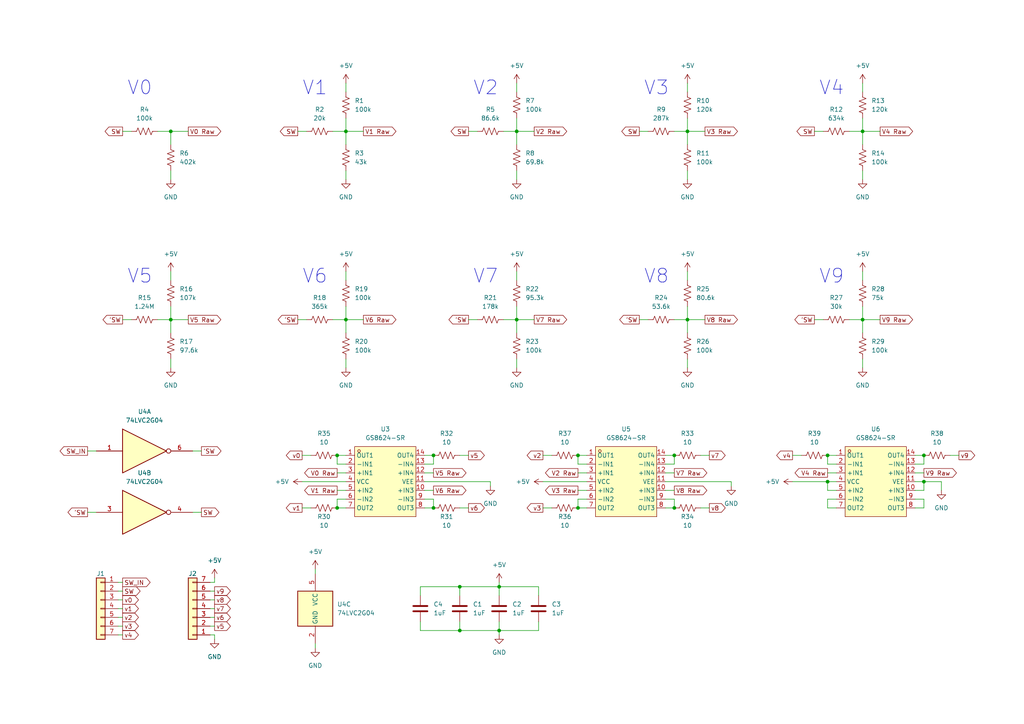
<source format=kicad_sch>
(kicad_sch (version 20230121) (generator eeschema)
  (paper "A4")
  (title_block (title "CGB-REG Replacement Circuit"))
  (lib_symbols
    (symbol "74xGxx:74LVC2G04"
      (property "Reference" "U" (at 0 7.62 0))
      (property "Value" "74LVC2G04" (at 2.54 -7.62 0))
      (symbol "74LVC2G04_1_1"
        (polyline (pts (xy -7.62 6.35) (xy -7.62 -6.35) (xy 5.08 0) (xy -7.62 6.35)) (stroke (width 0.254)) (fill (type background)))
        (pin input line (at -15.24 0 0) (length 7.62) (name "~") (number "1"))
        (pin output inverted (at 12.7 0 180) (length 7.62) (name "~") (number "6"))
      )
      (symbol "74LVC2G04_2_1"
        (polyline (pts (xy -7.62 6.35) (xy -7.62 -6.35) (xy 5.08 0) (xy -7.62 6.35)) (stroke (width 0.254)) (fill (type background)))
        (pin input line (at -15.24 0 0) (length 7.62) (name "~") (number "3"))
        (pin output inverted (at 12.7 0 180) (length 7.62) (name "~") (number "4"))
      )
      (symbol "74LVC2G04_3_0"
        (rectangle (start -5.08 -5.08) (end 5.08 5.08) (stroke (width 0.254)) (fill (type background)))
      )
      (symbol "74LVC2G04_3_1"
        (pin power_in line (at 0 -10.16 90) (length 5.08) (name "GND") (number "2"))
        (pin power_in line (at 0 10.16 270) (length 5.08) (name "VCC") (number "5"))
      )
    )
    (symbol "Connector_Generic:Conn_01x07" (pin_names (offset 1.016) hide)
      (property "Reference" "J" (at 0 10.16 0))
      (property "Value" "Conn_01x07" (at 0 -10.16 0))
      (symbol "Conn_01x07_1_1"
        (rectangle (start -1.27 -7.493) (end 0 -7.747) (stroke (width 0.1524)))
        (rectangle (start -1.27 -4.953) (end 0 -5.207) (stroke (width 0.1524)))
        (rectangle (start -1.27 -2.413) (end 0 -2.667) (stroke (width 0.1524)))
        (rectangle (start -1.27 0.127) (end 0 -0.127) (stroke (width 0.1524)))
        (rectangle (start -1.27 2.667) (end 0 2.413) (stroke (width 0.1524)))
        (rectangle (start -1.27 5.207) (end 0 4.953) (stroke (width 0.1524)))
        (rectangle (start -1.27 7.747) (end 0 7.493) (stroke (width 0.1524)))
        (rectangle (start -1.27 8.89) (end 1.27 -8.89) (stroke (width 0.254)) (fill (type background)))
        (pin passive line (at -5.08 7.62 0) (length 3.81) (name "Pin_1") (number "1"))
        (pin passive line (at -5.08 5.08 0) (length 3.81) (name "Pin_2") (number "2"))
        (pin passive line (at -5.08 2.54 0) (length 3.81) (name "Pin_3") (number "3"))
        (pin passive line (at -5.08 0 0) (length 3.81) (name "Pin_4") (number "4"))
        (pin passive line (at -5.08 -2.54 0) (length 3.81) (name "Pin_5") (number "5"))
        (pin passive line (at -5.08 -5.08 0) (length 3.81) (name "Pin_6") (number "6"))
        (pin passive line (at -5.08 -7.62 0) (length 3.81) (name "Pin_7") (number "7"))
      )
    )
    (symbol "Device:C" (pin_numbers hide) (pin_names (offset 0.254))
      (property "Reference" "C" (at 0.635 2.54 0))
      (property "Value" "C" (at 0.635 -2.54 0))
      (symbol "C_0_1"
        (polyline (pts (xy -2.032 -0.762) (xy 2.032 -0.762)) (stroke (width 0.508)))
        (polyline (pts (xy -2.032 0.762) (xy 2.032 0.762)) (stroke (width 0.508)))
      )
      (symbol "C_1_1"
        (pin passive line (at 0 3.81 270) (length 2.794) (name "~") (number "1"))
        (pin passive line (at 0 -3.81 90) (length 2.794) (name "~") (number "2"))
      )
    )
    (symbol "Device:R_US" (pin_numbers hide) (pin_names (offset 0))
      (property "Reference" "R" (at 2.54 0 90))
      (property "Value" "R_US" (at -2.54 0 90))
      (symbol "R_US_0_1"
        (polyline (pts (xy 0 -2.286) (xy 0 -2.54)))
        (polyline (pts (xy 0 2.286) (xy 0 2.54)))
        (polyline (pts (xy 0 -0.762) (xy 1.016 -1.143) (xy 0 -1.524) (xy -1.016 -1.905) (xy 0 -2.286)))
        (polyline (pts (xy 0 0.762) (xy 1.016 0.381) (xy 0 0) (xy -1.016 -0.381) (xy 0 -0.762)))
        (polyline (pts (xy 0 2.286) (xy 1.016 1.905) (xy 0 1.524) (xy -1.016 1.143) (xy 0 0.762)))
      )
      (symbol "R_US_1_1"
        (pin passive line (at 0 3.81 270) (length 1.27) (name "~") (number "1"))
        (pin passive line (at 0 -3.81 90) (length 1.27) (name "~") (number "2"))
      )
    )
    (symbol "easyeda2kicad:GS8624-SR"
      (property "Reference" "U" (at 0 12.7 0))
      (property "Value" "GS8624-SR" (at 0 -12.7 0))
      (symbol "GS8624-SR_0_1"
        (rectangle (start -7.62 10.16) (end 10.16 -10.16) (fill (type background)))
        (circle (center -6.35 8.89) (radius 0.38))
        (pin unspecified line (at -10.16 7.62 0) (length 2.54) (name "OUT1") (number "1"))
        (pin unspecified line (at 12.7 -2.54 180) (length 2.54) (name "+IN3") (number "10"))
        (pin unspecified line (at 12.7 0 180) (length 2.54) (name "VEE") (number "11"))
        (pin unspecified line (at 12.7 2.54 180) (length 2.54) (name "+IN4") (number "12"))
        (pin unspecified line (at 12.7 5.08 180) (length 2.54) (name "-IN4") (number "13"))
        (pin unspecified line (at 12.7 7.62 180) (length 2.54) (name "OUT4") (number "14"))
        (pin unspecified line (at -10.16 5.08 0) (length 2.54) (name "-IN1") (number "2"))
        (pin unspecified line (at -10.16 2.54 0) (length 2.54) (name "+IN1") (number "3"))
        (pin unspecified line (at -10.16 0 0) (length 2.54) (name "VCC") (number "4"))
        (pin unspecified line (at -10.16 -2.54 0) (length 2.54) (name "+IN2") (number "5"))
        (pin unspecified line (at -10.16 -5.08 0) (length 2.54) (name "-IN2") (number "6"))
        (pin unspecified line (at -10.16 -7.62 0) (length 2.54) (name "OUT2") (number "7"))
        (pin unspecified line (at 12.7 -7.62 180) (length 2.54) (name "OUT3") (number "8"))
        (pin unspecified line (at 12.7 -5.08 180) (length 2.54) (name "-IN3") (number "9"))
      )
    )
    (symbol "power:+5V" (power) (pin_names (offset 0))
      (property "Value" "+5V" (at 0 3.556 0))
      (symbol "+5V_0_1"
        (polyline (pts (xy -0.762 1.27) (xy 0 2.54)))
        (polyline (pts (xy 0 0) (xy 0 2.54)))
        (polyline (pts (xy 0 2.54) (xy 0.762 1.27)))
      )
      (symbol "+5V_1_1"
        (pin power_in line (at 0 0 90) (length 0) hide (name "+5V") (number "1"))
      )
    )
    (symbol "power:GND" (power) (pin_names (offset 0))
      (property "Value" "GND" (at 0 -3.81 0))
      (symbol "GND_0_1"
        (polyline (pts (xy 0 0) (xy 0 -1.27) (xy 1.27 -1.27) (xy 0 -2.54) (xy -1.27 -1.27) (xy 0 -1.27)))
      )
      (symbol "GND_1_1"
        (pin power_in line (at 0 0 270) (length 0) hide (name "GND") (number "1"))
      )
    )
  )
  (junction (at 97.79 132.08))
  (junction (at 149.86 92.71))
  (junction (at 133.35 170.18))
  (junction (at 149.86 38.1))
  (junction (at 250.19 92.71))
  (junction (at 125.73 147.32))
  (junction (at 240.03 139.7))
  (junction (at 49.53 92.71))
  (junction (at 144.78 170.18))
  (junction (at 199.39 38.1))
  (junction (at 267.97 139.7))
  (junction (at 49.53 38.1))
  (junction (at 240.03 132.08))
  (junction (at 267.97 132.08))
  (junction (at 133.35 182.88))
  (junction (at 100.33 92.71))
  (junction (at 195.58 147.32))
  (junction (at 195.58 132.08))
  (junction (at 167.64 147.32))
  (junction (at 199.39 92.71))
  (junction (at 250.19 38.1))
  (junction (at 100.33 38.1))
  (junction (at 97.79 147.32))
  (junction (at 125.73 132.08))
  (junction (at 167.64 132.08))
  (junction (at 144.78 182.88))
  (wire (pts (xy 199.39 92.71) (xy 204.47 92.71)))
  (wire (pts (xy 265.43 134.62) (xy 267.97 134.62)))
  (wire (pts (xy 149.86 24.13) (xy 149.86 26.67)))
  (wire (pts (xy 242.57 144.78) (xy 240.03 144.78)))
  (wire (pts (xy 125.73 144.78) (xy 125.73 147.32)))
  (wire (pts (xy 100.33 88.9) (xy 100.33 92.71)))
  (wire (pts (xy 149.86 34.29) (xy 149.86 38.1)))
  (wire (pts (xy 144.78 170.18) (xy 144.78 172.72)))
  (wire (pts (xy 167.64 132.08) (xy 167.64 134.62)))
  (wire (pts (xy 185.42 38.1) (xy 187.96 38.1)))
  (wire (pts (xy 157.48 147.32) (xy 160.02 147.32)))
  (wire (pts (xy 123.19 139.7) (xy 142.24 139.7)))
  (wire (pts (xy 265.43 147.32) (xy 267.97 147.32)))
  (wire (pts (xy 100.33 92.71) (xy 105.41 92.71)))
  (wire (pts (xy 250.19 24.13) (xy 250.19 26.67)))
  (wire (pts (xy 49.53 78.74) (xy 49.53 81.28)))
  (wire (pts (xy 62.23 184.15) (xy 60.96 184.15)))
  (wire (pts (xy 199.39 34.29) (xy 199.39 38.1)))
  (wire (pts (xy 135.89 92.71) (xy 138.43 92.71)))
  (wire (pts (xy 193.04 139.7) (xy 212.09 139.7)))
  (wire (pts (xy 167.64 134.62) (xy 170.18 134.62)))
  (wire (pts (xy 203.2 147.32) (xy 205.74 147.32)))
  (wire (pts (xy 156.21 172.72) (xy 156.21 170.18)))
  (wire (pts (xy 142.24 140.97) (xy 142.24 139.7)))
  (wire (pts (xy 156.21 180.34) (xy 156.21 182.88)))
  (wire (pts (xy 156.21 170.18) (xy 144.78 170.18)))
  (wire (pts (xy 149.86 88.9) (xy 149.86 92.71)))
  (wire (pts (xy 60.96 176.53) (xy 62.23 176.53)))
  (wire (pts (xy 49.53 92.71) (xy 54.61 92.71)))
  (wire (pts (xy 195.58 144.78) (xy 195.58 147.32)))
  (wire (pts (xy 193.04 144.78) (xy 195.58 144.78)))
  (wire (pts (xy 35.56 171.45) (xy 34.29 171.45)))
  (wire (pts (xy 91.44 165.1) (xy 91.44 166.37)))
  (wire (pts (xy 193.04 137.16) (xy 195.58 137.16)))
  (wire (pts (xy 35.56 181.61) (xy 34.29 181.61)))
  (wire (pts (xy 167.64 137.16) (xy 170.18 137.16)))
  (wire (pts (xy 49.53 104.14) (xy 49.53 106.68)))
  (wire (pts (xy 49.53 88.9) (xy 49.53 92.71)))
  (wire (pts (xy 146.05 38.1) (xy 149.86 38.1)))
  (wire (pts (xy 144.78 180.34) (xy 144.78 182.88)))
  (wire (pts (xy 265.43 139.7) (xy 267.97 139.7)))
  (wire (pts (xy 199.39 88.9) (xy 199.39 92.71)))
  (wire (pts (xy 133.35 180.34) (xy 133.35 182.88)))
  (wire (pts (xy 250.19 88.9) (xy 250.19 92.71)))
  (wire (pts (xy 96.52 38.1) (xy 100.33 38.1)))
  (wire (pts (xy 199.39 92.71) (xy 199.39 96.52)))
  (wire (pts (xy 86.36 92.71) (xy 88.9 92.71)))
  (wire (pts (xy 199.39 104.14) (xy 199.39 106.68)))
  (wire (pts (xy 100.33 104.14) (xy 100.33 106.68)))
  (wire (pts (xy 49.53 49.53) (xy 49.53 52.07)))
  (wire (pts (xy 60.96 181.61) (xy 62.23 181.61)))
  (wire (pts (xy 133.35 172.72) (xy 133.35 170.18)))
  (wire (pts (xy 149.86 38.1) (xy 149.86 41.91)))
  (wire (pts (xy 149.86 92.71) (xy 154.94 92.71)))
  (wire (pts (xy 35.56 179.07) (xy 34.29 179.07)))
  (wire (pts (xy 265.43 132.08) (xy 267.97 132.08)))
  (wire (pts (xy 121.92 170.18) (xy 133.35 170.18)))
  (wire (pts (xy 35.56 92.71) (xy 38.1 92.71)))
  (wire (pts (xy 133.35 182.88) (xy 144.78 182.88)))
  (wire (pts (xy 265.43 142.24) (xy 267.97 142.24)))
  (wire (pts (xy 87.63 147.32) (xy 90.17 147.32)))
  (wire (pts (xy 35.56 38.1) (xy 38.1 38.1)))
  (wire (pts (xy 100.33 38.1) (xy 100.33 41.91)))
  (wire (pts (xy 96.52 92.71) (xy 100.33 92.71)))
  (wire (pts (xy 91.44 186.69) (xy 91.44 187.96)))
  (wire (pts (xy 170.18 144.78) (xy 167.64 144.78)))
  (wire (pts (xy 250.19 78.74) (xy 250.19 81.28)))
  (wire (pts (xy 250.19 38.1) (xy 250.19 41.91)))
  (wire (pts (xy 125.73 132.08) (xy 125.73 134.62)))
  (wire (pts (xy 49.53 38.1) (xy 54.61 38.1)))
  (wire (pts (xy 167.64 147.32) (xy 170.18 147.32)))
  (wire (pts (xy 250.19 92.71) (xy 255.27 92.71)))
  (wire (pts (xy 250.19 49.53) (xy 250.19 52.07)))
  (wire (pts (xy 240.03 142.24) (xy 242.57 142.24)))
  (wire (pts (xy 35.56 176.53) (xy 34.29 176.53)))
  (wire (pts (xy 170.18 132.08) (xy 167.64 132.08)))
  (wire (pts (xy 149.86 104.14) (xy 149.86 106.68)))
  (wire (pts (xy 97.79 134.62) (xy 100.33 134.62)))
  (wire (pts (xy 45.72 38.1) (xy 49.53 38.1)))
  (wire (pts (xy 265.43 137.16) (xy 267.97 137.16)))
  (wire (pts (xy 195.58 38.1) (xy 199.39 38.1)))
  (wire (pts (xy 123.19 137.16) (xy 125.73 137.16)))
  (wire (pts (xy 35.56 168.91) (xy 34.29 168.91)))
  (wire (pts (xy 60.96 173.99) (xy 62.23 173.99)))
  (wire (pts (xy 246.38 92.71) (xy 250.19 92.71)))
  (wire (pts (xy 267.97 132.08) (xy 267.97 134.62)))
  (wire (pts (xy 199.39 38.1) (xy 199.39 41.91)))
  (wire (pts (xy 100.33 132.08) (xy 97.79 132.08)))
  (wire (pts (xy 60.96 179.07) (xy 62.23 179.07)))
  (wire (pts (xy 144.78 182.88) (xy 144.78 184.15)))
  (wire (pts (xy 185.42 92.71) (xy 187.96 92.71)))
  (wire (pts (xy 195.58 132.08) (xy 195.58 134.62)))
  (wire (pts (xy 97.79 132.08) (xy 97.79 134.62)))
  (wire (pts (xy 240.03 139.7) (xy 242.57 139.7)))
  (wire (pts (xy 149.86 92.71) (xy 149.86 96.52)))
  (wire (pts (xy 236.22 38.1) (xy 238.76 38.1)))
  (wire (pts (xy 273.05 142.24) (xy 273.05 139.7)))
  (wire (pts (xy 62.23 168.91) (xy 62.23 167.64)))
  (wire (pts (xy 135.89 38.1) (xy 138.43 38.1)))
  (wire (pts (xy 100.33 92.71) (xy 100.33 96.52)))
  (wire (pts (xy 240.03 147.32) (xy 242.57 147.32)))
  (wire (pts (xy 250.19 104.14) (xy 250.19 106.68)))
  (wire (pts (xy 100.33 34.29) (xy 100.33 38.1)))
  (wire (pts (xy 157.48 139.7) (xy 170.18 139.7)))
  (wire (pts (xy 121.92 182.88) (xy 133.35 182.88)))
  (wire (pts (xy 97.79 137.16) (xy 100.33 137.16)))
  (wire (pts (xy 242.57 132.08) (xy 240.03 132.08)))
  (wire (pts (xy 193.04 132.08) (xy 195.58 132.08)))
  (wire (pts (xy 240.03 139.7) (xy 240.03 142.24)))
  (wire (pts (xy 250.19 34.29) (xy 250.19 38.1)))
  (wire (pts (xy 240.03 132.08) (xy 240.03 134.62)))
  (wire (pts (xy 121.92 180.34) (xy 121.92 182.88)))
  (wire (pts (xy 267.97 144.78) (xy 267.97 147.32)))
  (wire (pts (xy 60.96 168.91) (xy 62.23 168.91)))
  (wire (pts (xy 236.22 92.71) (xy 238.76 92.71)))
  (wire (pts (xy 100.33 144.78) (xy 97.79 144.78)))
  (wire (pts (xy 133.35 170.18) (xy 144.78 170.18)))
  (wire (pts (xy 199.39 24.13) (xy 199.39 26.67)))
  (wire (pts (xy 250.19 38.1) (xy 255.27 38.1)))
  (wire (pts (xy 123.19 142.24) (xy 125.73 142.24)))
  (wire (pts (xy 25.4 148.59) (xy 27.94 148.59)))
  (wire (pts (xy 199.39 78.74) (xy 199.39 81.28)))
  (wire (pts (xy 195.58 92.71) (xy 199.39 92.71)))
  (wire (pts (xy 146.05 92.71) (xy 149.86 92.71)))
  (wire (pts (xy 149.86 49.53) (xy 149.86 52.07)))
  (wire (pts (xy 60.96 171.45) (xy 62.23 171.45)))
  (wire (pts (xy 97.79 147.32) (xy 100.33 147.32)))
  (wire (pts (xy 123.19 147.32) (xy 125.73 147.32)))
  (wire (pts (xy 193.04 142.24) (xy 195.58 142.24)))
  (wire (pts (xy 123.19 144.78) (xy 125.73 144.78)))
  (wire (pts (xy 273.05 139.7) (xy 267.97 139.7)))
  (wire (pts (xy 199.39 49.53) (xy 199.39 52.07)))
  (wire (pts (xy 100.33 78.74) (xy 100.33 81.28)))
  (wire (pts (xy 167.64 144.78) (xy 167.64 147.32)))
  (wire (pts (xy 240.03 144.78) (xy 240.03 147.32)))
  (wire (pts (xy 133.35 147.32) (xy 135.89 147.32)))
  (wire (pts (xy 55.88 148.59) (xy 58.42 148.59)))
  (wire (pts (xy 157.48 132.08) (xy 160.02 132.08)))
  (wire (pts (xy 250.19 92.71) (xy 250.19 96.52)))
  (wire (pts (xy 25.4 130.81) (xy 27.94 130.81)))
  (wire (pts (xy 229.87 132.08) (xy 232.41 132.08)))
  (wire (pts (xy 35.56 173.99) (xy 34.29 173.99)))
  (wire (pts (xy 133.35 132.08) (xy 135.89 132.08)))
  (wire (pts (xy 45.72 92.71) (xy 49.53 92.71)))
  (wire (pts (xy 199.39 38.1) (xy 204.47 38.1)))
  (wire (pts (xy 167.64 142.24) (xy 170.18 142.24)))
  (wire (pts (xy 144.78 170.18) (xy 144.78 168.91)))
  (wire (pts (xy 35.56 184.15) (xy 34.29 184.15)))
  (wire (pts (xy 55.88 130.81) (xy 58.42 130.81)))
  (wire (pts (xy 149.86 78.74) (xy 149.86 81.28)))
  (wire (pts (xy 87.63 132.08) (xy 90.17 132.08)))
  (wire (pts (xy 229.87 139.7) (xy 240.03 139.7)))
  (wire (pts (xy 278.13 132.08) (xy 275.59 132.08)))
  (wire (pts (xy 87.63 139.7) (xy 100.33 139.7)))
  (wire (pts (xy 265.43 144.78) (xy 267.97 144.78)))
  (wire (pts (xy 149.86 38.1) (xy 154.94 38.1)))
  (wire (pts (xy 193.04 147.32) (xy 195.58 147.32)))
  (wire (pts (xy 156.21 182.88) (xy 144.78 182.88)))
  (wire (pts (xy 97.79 142.24) (xy 100.33 142.24)))
  (wire (pts (xy 100.33 49.53) (xy 100.33 52.07)))
  (wire (pts (xy 121.92 172.72) (xy 121.92 170.18)))
  (wire (pts (xy 49.53 92.71) (xy 49.53 96.52)))
  (wire (pts (xy 62.23 184.15) (xy 62.23 185.42)))
  (wire (pts (xy 240.03 137.16) (xy 242.57 137.16)))
  (wire (pts (xy 212.09 140.97) (xy 212.09 139.7)))
  (wire (pts (xy 203.2 132.08) (xy 205.74 132.08)))
  (wire (pts (xy 267.97 139.7) (xy 267.97 142.24)))
  (wire (pts (xy 100.33 24.13) (xy 100.33 26.67)))
  (wire (pts (xy 123.19 132.08) (xy 125.73 132.08)))
  (wire (pts (xy 97.79 144.78) (xy 97.79 147.32)))
  (wire (pts (xy 193.04 134.62) (xy 195.58 134.62)))
  (wire (pts (xy 246.38 38.1) (xy 250.19 38.1)))
  (wire (pts (xy 49.53 38.1) (xy 49.53 41.91)))
  (wire (pts (xy 240.03 134.62) (xy 242.57 134.62)))
  (wire (pts (xy 123.19 134.62) (xy 125.73 134.62)))
  (wire (pts (xy 86.36 38.1) (xy 88.9 38.1)))
  (wire (pts (xy 100.33 38.1) (xy 105.41 38.1)))
  (text "V5" (at 36.83 82.55 0) (effects (font (size 4 4)) (justify left bottom)))
  (text "V1" (at 87.63 27.94 0) (effects (font (size 4 4)) (justify left bottom)))
  (text "V6" (at 87.63 82.55 0) (effects (font (size 4 4)) (justify left bottom)))
  (text "V4" (at 237.49 27.94 0) (effects (font (size 4 4)) (justify left bottom)))
  (text "V3" (at 186.69 27.94 0) (effects (font (size 4 4)) (justify left bottom)))
  (text "V7" (at 137.16 82.55 0) (effects (font (size 4 4)) (justify left bottom)))
  (text "V2" (at 137.16 27.94 0) (effects (font (size 4 4)) (justify left bottom)))
  (text "V9" (at 237.49 82.55 0) (effects (font (size 4 4)) (justify left bottom)))
  (text "V0" (at 36.83 27.94 0) (effects (font (size 4 4)) (justify left bottom)))
  (text "V8" (at 186.69 82.55 0) (effects (font (size 4 4)) (justify left bottom)))
  (global_label "'SW" (shape output) (at 86.36 92.71 180) (property "Intersheetrefs" "${INTERSHEET_REFS}" (effects hide)))
  (global_label "V4 Raw" (shape output) (at 255.27 38.1 0) (property "Intersheetrefs" "${INTERSHEET_REFS}" (effects hide)))
  (global_label "V8 Raw" (shape output) (at 195.58 142.24 0) (property "Intersheetrefs" "${INTERSHEET_REFS}" (effects hide)))
  (global_label "v3" (shape output) (at 157.48 147.32 180) (property "Intersheetrefs" "${INTERSHEET_REFS}" (effects hide)))
  (global_label "V7 Raw" (shape output) (at 195.58 137.16 0) (property "Intersheetrefs" "${INTERSHEET_REFS}" (effects hide)))
  (global_label "v0" (shape output) (at 87.63 132.08 180) (property "Intersheetrefs" "${INTERSHEET_REFS}" (effects hide)))
  (global_label "V6 Raw" (shape output) (at 125.73 142.24 0) (property "Intersheetrefs" "${INTERSHEET_REFS}" (effects hide)))
  (global_label "V3 Raw" (shape output) (at 167.64 142.24 180) (property "Intersheetrefs" "${INTERSHEET_REFS}" (effects hide)))
  (global_label "V3 Raw" (shape output) (at 204.47 38.1 0) (property "Intersheetrefs" "${INTERSHEET_REFS}" (effects hide)))
  (global_label "v6" (shape output) (at 62.23 179.07 0) (property "Intersheetrefs" "${INTERSHEET_REFS}" (effects hide)))
  (global_label "SW" (shape output) (at 236.22 38.1 180) (property "Intersheetrefs" "${INTERSHEET_REFS}" (effects hide)))
  (global_label "V6 Raw" (shape output) (at 105.41 92.71 0) (property "Intersheetrefs" "${INTERSHEET_REFS}" (effects hide)))
  (global_label "'SW" (shape output) (at 25.4 148.59 180) (property "Intersheetrefs" "${INTERSHEET_REFS}" (effects hide)))
  (global_label "V9 Raw" (shape output) (at 267.97 137.16 0) (property "Intersheetrefs" "${INTERSHEET_REFS}" (effects hide)))
  (global_label "v9" (shape output) (at 62.23 171.45 0) (property "Intersheetrefs" "${INTERSHEET_REFS}" (effects hide)))
  (global_label "V2 Raw" (shape output) (at 167.64 137.16 180) (property "Intersheetrefs" "${INTERSHEET_REFS}" (effects hide)))
  (global_label "'SW" (shape output) (at 236.22 92.71 180) (property "Intersheetrefs" "${INTERSHEET_REFS}" (effects hide)))
  (global_label "V1 Raw" (shape output) (at 97.79 142.24 180) (property "Intersheetrefs" "${INTERSHEET_REFS}" (effects hide)))
  (global_label "v7" (shape output) (at 205.74 132.08 0) (property "Intersheetrefs" "${INTERSHEET_REFS}" (effects hide)))
  (global_label "'SW" (shape output) (at 58.42 130.81 0) (property "Intersheetrefs" "${INTERSHEET_REFS}" (effects hide)))
  (global_label "SW" (shape output) (at 58.42 148.59 0) (property "Intersheetrefs" "${INTERSHEET_REFS}" (effects hide)))
  (global_label "SW" (shape output) (at 35.56 38.1 180) (property "Intersheetrefs" "${INTERSHEET_REFS}" (effects hide)))
  (global_label "v8" (shape output) (at 205.74 147.32 0) (property "Intersheetrefs" "${INTERSHEET_REFS}" (effects hide)))
  (global_label "'SW" (shape output) (at 185.42 92.71 180) (property "Intersheetrefs" "${INTERSHEET_REFS}" (effects hide)))
  (global_label "SW" (shape output) (at 86.36 38.1 180) (property "Intersheetrefs" "${INTERSHEET_REFS}" (effects hide)))
  (global_label "V0 Raw" (shape output) (at 54.61 38.1 0) (property "Intersheetrefs" "${INTERSHEET_REFS}" (effects hide)))
  (global_label "v3" (shape output) (at 35.56 181.61 0) (property "Intersheetrefs" "${INTERSHEET_REFS}" (effects hide)))
  (global_label "SW" (shape output) (at 135.89 38.1 180) (property "Intersheetrefs" "${INTERSHEET_REFS}" (effects hide)))
  (global_label "v0" (shape output) (at 35.56 173.99 0) (property "Intersheetrefs" "${INTERSHEET_REFS}" (effects hide)))
  (global_label "v8" (shape output) (at 62.23 173.99 0) (property "Intersheetrefs" "${INTERSHEET_REFS}" (effects hide)))
  (global_label "SW_IN" (shape output) (at 35.56 168.91 0) (property "Intersheetrefs" "${INTERSHEET_REFS}" (effects hide)))
  (global_label "v5" (shape output) (at 135.89 132.08 0) (property "Intersheetrefs" "${INTERSHEET_REFS}" (effects hide)))
  (global_label "V9 Raw" (shape output) (at 255.27 92.71 0) (property "Intersheetrefs" "${INTERSHEET_REFS}" (effects hide)))
  (global_label "V2 Raw" (shape output) (at 154.94 38.1 0) (property "Intersheetrefs" "${INTERSHEET_REFS}" (effects hide)))
  (global_label "v9" (shape output) (at 278.13 132.08 0) (property "Intersheetrefs" "${INTERSHEET_REFS}" (effects hide)))
  (global_label "V5 Raw" (shape output) (at 54.61 92.71 0) (property "Intersheetrefs" "${INTERSHEET_REFS}" (effects hide)))
  (global_label "v4" (shape output) (at 229.87 132.08 180) (property "Intersheetrefs" "${INTERSHEET_REFS}" (effects hide)))
  (global_label "V7 Raw" (shape output) (at 154.94 92.71 0) (property "Intersheetrefs" "${INTERSHEET_REFS}" (effects hide)))
  (global_label "SW" (shape output) (at 185.42 38.1 180) (property "Intersheetrefs" "${INTERSHEET_REFS}" (effects hide)))
  (global_label "v4" (shape output) (at 35.56 184.15 0) (property "Intersheetrefs" "${INTERSHEET_REFS}" (effects hide)))
  (global_label "v2" (shape output) (at 157.48 132.08 180) (property "Intersheetrefs" "${INTERSHEET_REFS}" (effects hide)))
  (global_label "v5" (shape output) (at 62.23 181.61 0) (property "Intersheetrefs" "${INTERSHEET_REFS}" (effects hide)))
  (global_label "SW" (shape output) (at 35.56 171.45 0) (property "Intersheetrefs" "${INTERSHEET_REFS}" (effects hide)))
  (global_label "'SW" (shape output) (at 135.89 92.71 180) (property "Intersheetrefs" "${INTERSHEET_REFS}" (effects hide)))
  (global_label "V4 Raw" (shape output) (at 240.03 137.16 180) (property "Intersheetrefs" "${INTERSHEET_REFS}" (effects hide)))
  (global_label "v2" (shape output) (at 35.56 179.07 0) (property "Intersheetrefs" "${INTERSHEET_REFS}" (effects hide)))
  (global_label "V5 Raw" (shape output) (at 125.73 137.16 0) (property "Intersheetrefs" "${INTERSHEET_REFS}" (effects hide)))
  (global_label "v1" (shape output) (at 35.56 176.53 0) (property "Intersheetrefs" "${INTERSHEET_REFS}" (effects hide)))
  (global_label "'SW" (shape output) (at 35.56 92.71 180) (property "Intersheetrefs" "${INTERSHEET_REFS}" (effects hide)))
  (global_label "V1 Raw" (shape output) (at 105.41 38.1 0) (property "Intersheetrefs" "${INTERSHEET_REFS}" (effects hide)))
  (global_label "v7" (shape output) (at 62.23 176.53 0) (property "Intersheetrefs" "${INTERSHEET_REFS}" (effects hide)))
  (global_label "V0 Raw" (shape output) (at 97.79 137.16 180) (property "Intersheetrefs" "${INTERSHEET_REFS}" (effects hide)))
  (global_label "V8 Raw" (shape output) (at 204.47 92.71 0) (property "Intersheetrefs" "${INTERSHEET_REFS}" (effects hide)))
  (global_label "SW_IN" (shape output) (at 25.4 130.81 180) (property "Intersheetrefs" "${INTERSHEET_REFS}" (effects hide)))
  (global_label "v1" (shape output) (at 87.63 147.32 180) (property "Intersheetrefs" "${INTERSHEET_REFS}" (effects hide)))
  (global_label "v6" (shape output) (at 135.89 147.32 0) (property "Intersheetrefs" "${INTERSHEET_REFS}" (effects hide)))
  (symbol (lib_id "Device:R_US") (at 199.39 30.48 0) (unit 1)
    (property "Reference" "R10" (at 201.93 29.21 0) (effects (justify left)))
    (property "Value" "120k" (at 201.93 31.75 0) (effects (justify left)))
    (property "Footprint" "Resistor_SMD:R_0603_1608Metric" (effects hide))
    (property "LCSC" "C325641" (effects hide))
  )
  (symbol (lib_id "power:+5V") (at 149.86 24.13 0) (unit 1)
    (property "Reference" "#PWR03" (effects hide))
    (property "Value" "+5V" (at 149.86 19.05 0))
  )
  (symbol (lib_id "Device:R_US") (at 100.33 45.72 0) (unit 1)
    (property "Reference" "R3" (at 102.87 44.45 0) (effects (justify left)))
    (property "Value" "43k" (at 102.87 46.99 0) (effects (justify left)))
    (property "Footprint" "Resistor_SMD:R_0603_1608Metric" (effects hide))
    (property "LCSC" "C340523" (effects hide))
  )
  (symbol (lib_id "Device:R_US") (at 149.86 100.33 0) (unit 1)
    (property "Reference" "R23" (at 152.4 99.06 0) (effects (justify left)))
    (property "Value" "100k" (at 152.4 101.6 0) (effects (justify left)))
    (property "Footprint" "Resistor_SMD:R_0603_1608Metric" (effects hide))
    (property "LCSC" "C414506" (effects hide))
  )
  (symbol (lib_id "power:GND") (at 149.86 52.07 0) (unit 1)
    (property "Reference" "#PWR05" (effects hide))
    (property "Value" "GND" (at 149.86 57.15 0))
  )
  (symbol (lib_id "power:GND") (at 149.86 106.68 0) (unit 1)
    (property "Reference" "#PWR015" (effects hide))
    (property "Value" "GND" (at 149.86 111.76 0))
  )
  (symbol (lib_id "Device:R_US") (at 250.19 85.09 0) (unit 1)
    (property "Reference" "R28" (at 252.73 83.82 0) (effects (justify left)))
    (property "Value" "75k" (at 252.73 86.36 0) (effects (justify left)))
    (property "Footprint" "Resistor_SMD:R_0603_1608Metric" (effects hide))
    (property "LCSC" "C881187" (effects hide))
  )
  (symbol (lib_id "power:GND") (at 142.24 140.97 0) (unit 1)
    (property "Reference" "#PWR024" (effects hide))
    (property "Value" "GND" (at 142.24 146.05 0))
  )
  (symbol (lib_id "Device:R_US") (at 163.83 132.08 90) (unit 1)
    (property "Reference" "R37" (at 163.83 125.73 90))
    (property "Value" "10" (at 163.83 128.27 90))
    (property "Footprint" "Resistor_SMD:R_0603_1608Metric" (effects hide))
    (property "LCSC" "C2791798" (effects hide))
  )
  (symbol (lib_id "Device:R_US") (at 250.19 45.72 0) (unit 1)
    (property "Reference" "R14" (at 252.73 44.45 0) (effects (justify left)))
    (property "Value" "100k" (at 252.73 46.99 0) (effects (justify left)))
    (property "Footprint" "Resistor_SMD:R_0603_1608Metric" (effects hide))
    (property "LCSC" "C414506" (effects hide))
  )
  (symbol (lib_id "Device:R_US") (at 199.39 45.72 0) (unit 1)
    (property "Reference" "R11" (at 201.93 44.45 0) (effects (justify left)))
    (property "Value" "100k" (at 201.93 46.99 0) (effects (justify left)))
    (property "Footprint" "Resistor_SMD:R_0603_1608Metric" (effects hide))
    (property "LCSC" "C414506" (effects hide))
  )
  (symbol (lib_id "power:GND") (at 100.33 106.68 0) (unit 1)
    (property "Reference" "#PWR013" (effects hide))
    (property "Value" "GND" (at 100.33 111.76 0))
  )
  (symbol (lib_id "power:+5V") (at 144.78 168.91 0) (unit 1)
    (property "Reference" "#PWR026" (effects hide))
    (property "Value" "+5V" (at 144.78 163.83 0))
  )
  (symbol (lib_id "Device:R_US") (at 149.86 85.09 0) (unit 1)
    (property "Reference" "R22" (at 152.4 83.82 0) (effects (justify left)))
    (property "Value" "95.3k" (at 152.4 86.36 0) (effects (justify left)))
    (property "Footprint" "Resistor_SMD:R_0603_1608Metric" (effects hide))
    (property "LCSC" "C912224" (effects hide))
  )
  (symbol (lib_id "Device:R_US") (at 100.33 85.09 0) (unit 1)
    (property "Reference" "R19" (at 102.87 83.82 0) (effects (justify left)))
    (property "Value" "100k" (at 102.87 86.36 0) (effects (justify left)))
    (property "Footprint" "Resistor_SMD:R_0603_1608Metric" (effects hide))
    (property "LCSC" "C414506" (effects hide))
  )
  (symbol (lib_id "Device:R_US") (at 92.71 38.1 270) (unit 1)
    (property "Reference" "R2" (at 92.71 31.75 90))
    (property "Value" "20k" (at 92.71 34.29 90))
    (property "Footprint" "Resistor_SMD:R_0603_1608Metric" (effects hide))
    (property "LCSC" "C844340" (effects hide))
  )
  (symbol (lib_id "power:+5V") (at 49.53 78.74 0) (unit 1)
    (property "Reference" "#PWR010" (effects hide))
    (property "Value" "+5V" (at 49.53 73.66 0))
  )
  (symbol (lib_id "Device:C") (at 121.92 176.53 0) (unit 1)
    (property "Reference" "C4" (at 125.73 175.26 0) (effects (justify left)))
    (property "Value" "1uF" (at 125.73 177.8 0) (effects (justify left)))
    (property "Footprint" "Capacitor_SMD:C_0603_1608Metric" (effects hide))
    (property "LCSC" "C89376" (effects hide))
  )
  (symbol (lib_id "power:+5V") (at 157.48 139.7 90) (unit 1)
    (property "Reference" "#PWR034" (effects hide))
    (property "Value" "+5V" (at 153.67 139.7 90) (effects (justify left)))
  )
  (symbol (lib_id "Device:R_US") (at 191.77 92.71 270) (unit 1)
    (property "Reference" "R24" (at 191.77 86.36 90))
    (property "Value" "53.6k" (at 191.77 88.9 90))
    (property "Footprint" "Resistor_SMD:R_0603_1608Metric" (effects hide))
    (property "LCSC" "C103706" (effects hide))
  )
  (symbol (lib_id "Device:R_US") (at 92.71 92.71 270) (unit 1)
    (property "Reference" "R18" (at 92.71 86.36 90))
    (property "Value" "365k" (at 92.71 88.9 90))
    (property "Footprint" "Resistor_SMD:R_0603_1608Metric" (effects hide))
    (property "LCSC" "C367800" (effects hide))
  )
  (symbol (lib_id "power:+5V") (at 149.86 78.74 0) (unit 1)
    (property "Reference" "#PWR014" (effects hide))
    (property "Value" "+5V" (at 149.86 73.66 0))
  )
  (symbol (lib_id "Device:R_US") (at 236.22 132.08 90) (unit 1)
    (property "Reference" "R39" (at 236.22 125.73 90))
    (property "Value" "10" (at 236.22 128.27 90))
    (property "Footprint" "Resistor_SMD:R_0603_1608Metric" (effects hide))
    (property "LCSC" "C2791798" (effects hide))
  )
  (symbol (lib_id "power:GND") (at 49.53 106.68 0) (unit 1)
    (property "Reference" "#PWR011" (effects hide))
    (property "Value" "GND" (at 49.53 111.76 0))
  )
  (symbol (lib_id "Device:R_US") (at 93.98 132.08 90) (unit 1)
    (property "Reference" "R35" (at 93.98 125.73 90))
    (property "Value" "10" (at 93.98 128.27 90))
    (property "Footprint" "Resistor_SMD:R_0603_1608Metric" (effects hide))
    (property "LCSC" "C2791798" (effects hide))
  )
  (symbol (lib_id "Device:R_US") (at 41.91 38.1 270) (unit 1)
    (property "Reference" "R4" (at 41.91 31.75 90))
    (property "Value" "100k" (at 41.91 34.29 90))
    (property "Footprint" "Resistor_SMD:R_0603_1608Metric" (effects hide))
    (property "LCSC" "C414506" (effects hide))
  )
  (symbol (lib_id "Device:R_US") (at 100.33 100.33 0) (unit 1)
    (property "Reference" "R20" (at 102.87 99.06 0) (effects (justify left)))
    (property "Value" "100k" (at 102.87 101.6 0) (effects (justify left)))
    (property "Footprint" "Resistor_SMD:R_0603_1608Metric" (effects hide))
    (property "LCSC" "C414506" (effects hide))
  )
  (symbol (lib_id "power:GND") (at 49.53 52.07 0) (unit 1)
    (property "Reference" "#PWR04" (effects hide))
    (property "Value" "GND" (at 49.53 57.15 0))
  )
  (symbol (lib_id "Device:R_US") (at 271.78 132.08 270) (unit 1)
    (property "Reference" "R38" (at 271.78 125.73 90))
    (property "Value" "10" (at 271.78 128.27 90))
    (property "Footprint" "Resistor_SMD:R_0603_1608Metric" (effects hide))
    (property "LCSC" "C2791798" (effects hide))
  )
  (symbol (lib_id "Device:R_US") (at 250.19 100.33 0) (unit 1)
    (property "Reference" "R29" (at 252.73 99.06 0) (effects (justify left)))
    (property "Value" "100k" (at 252.73 101.6 0) (effects (justify left)))
    (property "Footprint" "Resistor_SMD:R_0603_1608Metric" (effects hide))
    (property "LCSC" "C414506" (effects hide))
  )
  (symbol (lib_id "74xGxx:74LVC2G04") (at 91.44 176.53 0) (unit 3)
    (property "Reference" "U4" (at 97.79 175.26 0) (effects (justify left)))
    (property "Value" "74LVC2G04" (at 97.79 177.8 0) (effects (justify left)))
    (property "Footprint" "Package_TO_SOT_SMD:SOT-23-6" (effects hide))
    (property "Datasheet" "http://www.ti.com/lit/sg/scyt129e/scyt129e.pdf" (effects hide))
    (property "LCSC" "C460538" (effects hide))
  )
  (symbol (lib_id "Device:C") (at 144.78 176.53 0) (unit 1)
    (property "Reference" "C2" (at 148.59 175.26 0) (effects (justify left)))
    (property "Value" "1uF" (at 148.59 177.8 0) (effects (justify left)))
    (property "Footprint" "Capacitor_SMD:C_0603_1608Metric" (effects hide))
    (property "LCSC" "C89376" (effects hide))
  )
  (symbol (lib_id "power:GND") (at 273.05 142.24 0) (unit 1)
    (property "Reference" "#PWR032" (effects hide))
    (property "Value" "GND" (at 273.05 147.32 0))
  )
  (symbol (lib_id "power:+5V") (at 87.63 139.7 90) (unit 1)
    (property "Reference" "#PWR033" (effects hide))
    (property "Value" "+5V" (at 83.82 139.7 90) (effects (justify left)))
  )
  (symbol (lib_id "power:GND") (at 250.19 52.07 0) (unit 1)
    (property "Reference" "#PWR09" (effects hide))
    (property "Value" "GND" (at 250.19 57.15 0))
  )
  (symbol (lib_id "power:GND") (at 91.44 187.96 0) (unit 1)
    (property "Reference" "#PWR030" (effects hide))
    (property "Value" "GND" (at 91.44 193.04 0))
  )
  (symbol (lib_id "Connector_Generic:Conn_01x07") (at 29.21 176.53 0) (mirror y) (unit 1) (in_bom no)
    (property "Reference" "J1" (at 29.21 166.37 0))
    (property "Value" "Conn_01x07" (effects hide))
    (property "Footprint" "Connector_PinHeader_2.54mm:PinHeader_1x07_P2.54mm_Vertical" (effects hide))
  )
  (symbol (lib_id "power:+5V") (at 62.23 167.64 0) (unit 1)
    (property "Reference" "#PWR029" (effects hide))
    (property "Value" "+5V" (at 62.23 162.56 0))
  )
  (symbol (lib_id "power:+5V") (at 250.19 24.13 0) (unit 1)
    (property "Reference" "#PWR08" (effects hide))
    (property "Value" "+5V" (at 250.19 19.05 0))
  )
  (symbol (lib_id "Device:R_US") (at 199.39 132.08 90) (unit 1)
    (property "Reference" "R33" (at 199.39 125.73 90))
    (property "Value" "10" (at 199.39 128.27 90))
    (property "Footprint" "Resistor_SMD:R_0603_1608Metric" (effects hide))
    (property "LCSC" "C2791798" (effects hide))
  )
  (symbol (lib_id "power:GND") (at 100.33 52.07 0) (unit 1)
    (property "Reference" "#PWR02" (effects hide))
    (property "Value" "GND" (at 100.33 57.15 0))
  )
  (symbol (lib_id "power:+5V") (at 100.33 78.74 0) (unit 1)
    (property "Reference" "#PWR012" (effects hide))
    (property "Value" "+5V" (at 100.33 73.66 0))
  )
  (symbol (lib_id "Device:C") (at 133.35 176.53 0) (unit 1)
    (property "Reference" "C1" (at 137.16 175.26 0) (effects (justify left)))
    (property "Value" "1uF" (at 137.16 177.8 0) (effects (justify left)))
    (property "Footprint" "Capacitor_SMD:C_0603_1608Metric" (effects hide))
    (property "LCSC" "C89376" (effects hide))
  )
  (symbol (lib_id "74xGxx:74LVC2G04") (at 43.18 148.59 0) (unit 2)
    (property "Reference" "U4" (at 41.91 137.16 0))
    (property "Value" "74LVC2G04" (at 41.91 139.7 0))
    (property "Footprint" "Package_TO_SOT_SMD:SOT-23-6" (effects hide))
    (property "Datasheet" "http://www.ti.com/lit/sg/scyt129e/scyt129e.pdf" (effects hide))
    (property "LCSC" "C460538" (effects hide))
  )
  (symbol (lib_id "power:+5V") (at 250.19 78.74 0) (unit 1)
    (property "Reference" "#PWR018" (effects hide))
    (property "Value" "+5V" (at 250.19 73.66 0))
  )
  (symbol (lib_id "power:GND") (at 199.39 52.07 0) (unit 1)
    (property "Reference" "#PWR07" (effects hide))
    (property "Value" "GND" (at 199.39 57.15 0))
  )
  (symbol (lib_id "power:GND") (at 144.78 184.15 0) (unit 1)
    (property "Reference" "#PWR027" (effects hide))
    (property "Value" "GND" (at 144.78 189.23 0))
  )
  (symbol (lib_id "power:+5V") (at 229.87 139.7 90) (unit 1)
    (property "Reference" "#PWR035" (effects hide))
    (property "Value" "+5V" (at 226.06 139.7 90) (effects (justify left)))
  )
  (symbol (lib_id "Device:R_US") (at 41.91 92.71 270) (unit 1)
    (property "Reference" "R15" (at 41.91 86.36 90))
    (property "Value" "1.24M" (at 41.91 88.9 90))
    (property "Footprint" "Resistor_SMD:R_0603_1608Metric" (effects hide))
    (property "LCSC" "C367719" (effects hide))
  )
  (symbol (lib_id "Device:R_US") (at 199.39 85.09 0) (unit 1)
    (property "Reference" "R25" (at 201.93 83.82 0) (effects (justify left)))
    (property "Value" "80.6k" (at 201.93 86.36 0) (effects (justify left)))
    (property "Footprint" "Resistor_SMD:R_0603_1608Metric" (effects hide))
    (property "LCSC" "C2933260" (effects hide))
  )
  (symbol (lib_id "Device:R_US") (at 129.54 132.08 90) (unit 1)
    (property "Reference" "R32" (at 129.54 125.73 90))
    (property "Value" "10" (at 129.54 128.27 90))
    (property "Footprint" "Resistor_SMD:R_0603_1608Metric" (effects hide))
    (property "LCSC" "C2791798" (effects hide))
  )
  (symbol (lib_id "easyeda2kicad:GS8624-SR") (at 110.49 139.7 0) (unit 1)
    (property "Reference" "U3" (at 111.76 124.46 0))
    (property "Value" "GS8624-SR" (at 111.76 127 0))
    (property "Footprint" "easyeda2kicad:SOIC-14_L8.6-W3.9-P1.27-LS6.0-BL" (effects hide))
    (property "Datasheet" "https://lcsc.com/product-detail/Low-Noise-OpAmps_Gainsil-GS8624-SR_C605417.html" (effects hide))
    (property "LCSC Part" "C605417" (effects hide))
  )
  (symbol (lib_id "Device:R_US") (at 129.54 147.32 90) (unit 1)
    (property "Reference" "R31" (at 129.54 149.86 90))
    (property "Value" "10" (at 129.54 152.4 90))
    (property "Footprint" "Resistor_SMD:R_0603_1608Metric" (effects hide))
    (property "LCSC" "C2791798" (effects hide))
  )
  (symbol (lib_id "Device:R_US") (at 142.24 92.71 270) (unit 1)
    (property "Reference" "R21" (at 142.24 86.36 90))
    (property "Value" "178k" (at 142.24 88.9 90))
    (property "Footprint" "Resistor_SMD:R_0603_1608Metric" (effects hide))
    (property "LCSC" "C103349" (effects hide))
  )
  (symbol (lib_id "Device:R_US") (at 242.57 38.1 270) (unit 1)
    (property "Reference" "R12" (at 242.57 31.75 90))
    (property "Value" "634k" (at 242.57 34.29 90))
    (property "Footprint" "Resistor_SMD:R_0603_1608Metric" (effects hide))
    (property "LCSC" "C321970" (effects hide))
  )
  (symbol (lib_id "Connector_Generic:Conn_01x07") (at 55.88 176.53 180) (unit 1) (in_bom no)
    (property "Reference" "J2" (at 55.88 166.37 0))
    (property "Value" "Conn_01x07" (effects hide))
    (property "Footprint" "Connector_PinHeader_2.54mm:PinHeader_1x07_P2.54mm_Vertical" (effects hide))
  )
  (symbol (lib_id "Device:R_US") (at 100.33 30.48 0) (unit 1)
    (property "Reference" "R1" (at 102.87 29.21 0) (effects (justify left)))
    (property "Value" "100k" (at 102.87 31.75 0) (effects (justify left)))
    (property "Footprint" "Resistor_SMD:R_0603_1608Metric" (effects hide))
    (property "LCSC" "C414506" (effects hide))
  )
  (symbol (lib_id "Device:R_US") (at 199.39 100.33 0) (unit 1)
    (property "Reference" "R26" (at 201.93 99.06 0) (effects (justify left)))
    (property "Value" "100k" (at 201.93 101.6 0) (effects (justify left)))
    (property "Footprint" "Resistor_SMD:R_0603_1608Metric" (effects hide))
    (property "LCSC" "C414506" (effects hide))
  )
  (symbol (lib_id "power:GND") (at 199.39 106.68 0) (unit 1)
    (property "Reference" "#PWR017" (effects hide))
    (property "Value" "GND" (at 199.39 111.76 0))
  )
  (symbol (lib_id "power:GND") (at 212.09 140.97 0) (unit 1)
    (property "Reference" "#PWR025" (effects hide))
    (property "Value" "GND" (at 212.09 146.05 0))
  )
  (symbol (lib_id "power:+5V") (at 91.44 165.1 0) (unit 1)
    (property "Reference" "#PWR031" (effects hide))
    (property "Value" "+5V" (at 91.44 160.02 0))
  )
  (symbol (lib_id "power:+5V") (at 199.39 78.74 0) (unit 1)
    (property "Reference" "#PWR016" (effects hide))
    (property "Value" "+5V" (at 199.39 73.66 0))
  )
  (symbol (lib_id "Device:R_US") (at 242.57 92.71 270) (unit 1)
    (property "Reference" "R27" (at 242.57 86.36 90))
    (property "Value" "30k" (at 242.57 88.9 90))
    (property "Footprint" "Resistor_SMD:R_0603_1608Metric" (effects hide))
    (property "LCSC" "C667692" (effects hide))
  )
  (symbol (lib_id "Device:R_US") (at 142.24 38.1 270) (unit 1)
    (property "Reference" "R5" (at 142.24 31.75 90))
    (property "Value" "86.6k" (at 142.24 34.29 90))
    (property "Footprint" "Resistor_SMD:R_0603_1608Metric" (effects hide))
    (property "LCSC" "C403381" (effects hide))
  )
  (symbol (lib_id "Device:R_US") (at 49.53 100.33 0) (unit 1)
    (property "Reference" "R17" (at 52.07 99.06 0) (effects (justify left)))
    (property "Value" "97.6k" (at 52.07 101.6 0) (effects (justify left)))
    (property "Footprint" "Resistor_SMD:R_0603_1608Metric" (effects hide))
    (property "LCSC" "C507495" (effects hide))
  )
  (symbol (lib_id "easyeda2kicad:GS8624-SR") (at 252.73 139.7 0) (unit 1)
    (property "Reference" "U6" (at 254 124.46 0))
    (property "Value" "GS8624-SR" (at 254 127 0))
    (property "Footprint" "easyeda2kicad:SOIC-14_L8.6-W3.9-P1.27-LS6.0-BL" (effects hide))
    (property "Datasheet" "https://lcsc.com/product-detail/Low-Noise-OpAmps_Gainsil-GS8624-SR_C605417.html" (effects hide))
    (property "LCSC Part" "C605417" (effects hide))
  )
  (symbol (lib_id "Device:R_US") (at 49.53 85.09 0) (unit 1)
    (property "Reference" "R16" (at 52.07 83.82 0) (effects (justify left)))
    (property "Value" "107k" (at 52.07 86.36 0) (effects (justify left)))
    (property "Footprint" "Resistor_SMD:R_0603_1608Metric" (effects hide))
    (property "LCSC" "C103221" (effects hide))
  )
  (symbol (lib_id "power:+5V") (at 199.39 24.13 0) (unit 1)
    (property "Reference" "#PWR06" (effects hide))
    (property "Value" "+5V" (at 199.39 19.05 0))
  )
  (symbol (lib_id "power:GND") (at 62.23 185.42 0) (unit 1)
    (property "Reference" "#PWR028" (effects hide))
    (property "Value" "GND" (at 62.23 190.5 0))
  )
  (symbol (lib_id "Device:R_US") (at 149.86 45.72 0) (unit 1)
    (property "Reference" "R8" (at 152.4 44.45 0) (effects (justify left)))
    (property "Value" "69.8k" (at 152.4 46.99 0) (effects (justify left)))
    (property "Footprint" "Resistor_SMD:R_0603_1608Metric" (effects hide))
    (property "LCSC" "C170663" (effects hide))
  )
  (symbol (lib_id "power:+5V") (at 100.33 24.13 0) (unit 1)
    (property "Reference" "#PWR01" (effects hide))
    (property "Value" "+5V" (at 100.33 19.05 0))
  )
  (symbol (lib_id "Device:R_US") (at 163.83 147.32 90) (unit 1)
    (property "Reference" "R36" (at 163.83 149.86 90))
    (property "Value" "10" (at 163.83 152.4 90))
    (property "Footprint" "Resistor_SMD:R_0603_1608Metric" (effects hide))
    (property "LCSC" "C2791798" (effects hide))
  )
  (symbol (lib_id "Device:R_US") (at 250.19 30.48 0) (unit 1)
    (property "Reference" "R13" (at 252.73 29.21 0) (effects (justify left)))
    (property "Value" "120k" (at 252.73 31.75 0) (effects (justify left)))
    (property "Footprint" "Resistor_SMD:R_0603_1608Metric" (effects hide))
    (property "LCSC" "C325641" (effects hide))
  )
  (symbol (lib_id "power:GND") (at 250.19 106.68 0) (unit 1)
    (property "Reference" "#PWR019" (effects hide))
    (property "Value" "GND" (at 250.19 111.76 0))
  )
  (symbol (lib_id "Device:R_US") (at 199.39 147.32 90) (unit 1)
    (property "Reference" "R34" (at 199.39 149.86 90))
    (property "Value" "10" (at 199.39 152.4 90))
    (property "Footprint" "Resistor_SMD:R_0603_1608Metric" (effects hide))
    (property "LCSC" "C2791798" (effects hide))
  )
  (symbol (lib_id "Device:C") (at 156.21 176.53 0) (unit 1)
    (property "Reference" "C3" (at 160.02 175.26 0) (effects (justify left)))
    (property "Value" "1uF" (at 160.02 177.8 0) (effects (justify left)))
    (property "Footprint" "Capacitor_SMD:C_0603_1608Metric" (effects hide))
    (property "LCSC" "C89376" (effects hide))
  )
  (symbol (lib_id "74xGxx:74LVC2G04") (at 43.18 130.81 0) (unit 1)
    (property "Reference" "U4" (at 41.91 119.38 0))
    (property "Value" "74LVC2G04" (at 41.91 121.92 0))
    (property "Footprint" "Package_TO_SOT_SMD:SOT-23-6" (effects hide))
    (property "Datasheet" "http://www.ti.com/lit/sg/scyt129e/scyt129e.pdf" (effects hide))
    (property "LCSC" "C460538" (effects hide))
  )
  (symbol (lib_id "Device:R_US") (at 191.77 38.1 270) (unit 1)
    (property "Reference" "R9" (at 191.77 31.75 90))
    (property "Value" "287k" (at 191.77 34.29 90))
    (property "Footprint" "Resistor_SMD:R_0603_1608Metric" (effects hide))
    (property "LCSC" "C13174" (effects hide))
  )
  (symbol (lib_id "Device:R_US") (at 49.53 45.72 0) (unit 1)
    (property "Reference" "R6" (at 52.07 44.45 0) (effects (justify left)))
    (property "Value" "402k" (at 52.07 46.99 0) (effects (justify left)))
    (property "Footprint" "Resistor_SMD:R_0603_1608Metric" (effects hide))
    (property "LCSC" "C23048" (effects hide))
  )
  (symbol (lib_id "Device:R_US") (at 93.98 147.32 90) (unit 1)
    (property "Reference" "R30" (at 93.98 149.86 90))
    (property "Value" "10" (at 93.98 152.4 90))
    (property "Footprint" "Resistor_SMD:R_0603_1608Metric" (effects hide))
    (property "LCSC" "C2791798" (effects hide))
  )
  (symbol (lib_id "Device:R_US") (at 149.86 30.48 0) (unit 1)
    (property "Reference" "R7" (at 152.4 29.21 0) (effects (justify left)))
    (property "Value" "100k" (at 152.4 31.75 0) (effects (justify left)))
    (property "Footprint" "Resistor_SMD:R_0603_1608Metric" (effects hide))
    (property "LCSC" "C414506" (effects hide))
  )
  (symbol (lib_id "easyeda2kicad:GS8624-SR") (at 180.34 139.7 0) (unit 1)
    (property "Reference" "U5" (at 181.61 124.46 0))
    (property "Value" "GS8624-SR" (at 181.61 127 0))
    (property "Footprint" "easyeda2kicad:SOIC-14_L8.6-W3.9-P1.27-LS6.0-BL" (effects hide))
    (property "Datasheet" "https://lcsc.com/product-detail/Low-Noise-OpAmps_Gainsil-GS8624-SR_C605417.html" (effects hide))
    (property "LCSC Part" "C605417" (effects hide))
  )
)
</source>
